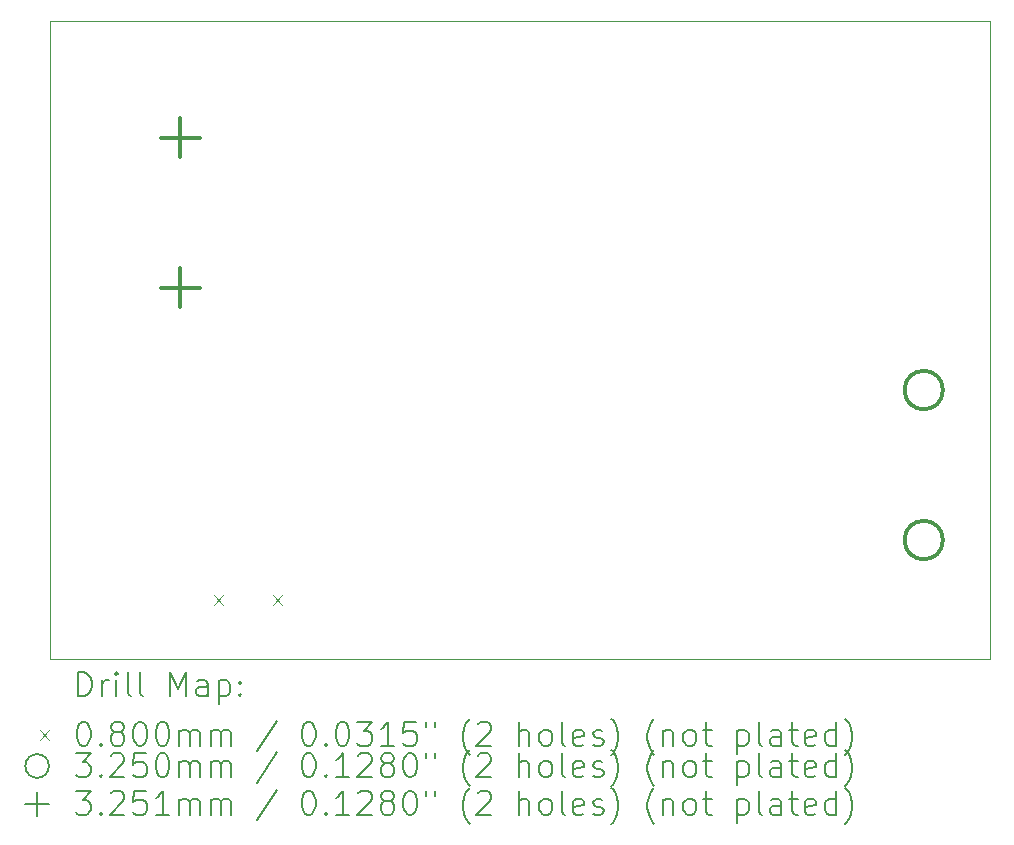
<source format=gbr>
%TF.GenerationSoftware,KiCad,Pcbnew,7.0.1*%
%TF.CreationDate,2023-03-30T19:37:34+02:00*%
%TF.ProjectId,home-media-converter,686f6d65-2d6d-4656-9469-612d636f6e76,rev?*%
%TF.SameCoordinates,Original*%
%TF.FileFunction,Drillmap*%
%TF.FilePolarity,Positive*%
%FSLAX45Y45*%
G04 Gerber Fmt 4.5, Leading zero omitted, Abs format (unit mm)*
G04 Created by KiCad (PCBNEW 7.0.1) date 2023-03-30 19:37:34*
%MOMM*%
%LPD*%
G01*
G04 APERTURE LIST*
%ADD10C,0.100000*%
%ADD11C,0.200000*%
%ADD12C,0.080000*%
%ADD13C,0.325000*%
%ADD14C,0.325120*%
G04 APERTURE END LIST*
D10*
X3340000Y-10420000D02*
X11300000Y-10420000D01*
X11300000Y-15820000D01*
X3340000Y-15820000D01*
X3340000Y-10420000D01*
D11*
D12*
X4729500Y-15284500D02*
X4809500Y-15364500D01*
X4809500Y-15284500D02*
X4729500Y-15364500D01*
X5229500Y-15284500D02*
X5309500Y-15364500D01*
X5309500Y-15284500D02*
X5229500Y-15364500D01*
D13*
X10904000Y-13546200D02*
G75*
G03*
X10904000Y-13546200I-162500J0D01*
G01*
X10904000Y-14816200D02*
G75*
G03*
X10904000Y-14816200I-162500J0D01*
G01*
D14*
X4448000Y-11246840D02*
X4448000Y-11571960D01*
X4285440Y-11409400D02*
X4610560Y-11409400D01*
X4448000Y-12516840D02*
X4448000Y-12841960D01*
X4285440Y-12679400D02*
X4610560Y-12679400D01*
D11*
X3582619Y-16137524D02*
X3582619Y-15937524D01*
X3582619Y-15937524D02*
X3630238Y-15937524D01*
X3630238Y-15937524D02*
X3658809Y-15947048D01*
X3658809Y-15947048D02*
X3677857Y-15966095D01*
X3677857Y-15966095D02*
X3687381Y-15985143D01*
X3687381Y-15985143D02*
X3696905Y-16023238D01*
X3696905Y-16023238D02*
X3696905Y-16051809D01*
X3696905Y-16051809D02*
X3687381Y-16089905D01*
X3687381Y-16089905D02*
X3677857Y-16108952D01*
X3677857Y-16108952D02*
X3658809Y-16128000D01*
X3658809Y-16128000D02*
X3630238Y-16137524D01*
X3630238Y-16137524D02*
X3582619Y-16137524D01*
X3782619Y-16137524D02*
X3782619Y-16004190D01*
X3782619Y-16042286D02*
X3792143Y-16023238D01*
X3792143Y-16023238D02*
X3801667Y-16013714D01*
X3801667Y-16013714D02*
X3820714Y-16004190D01*
X3820714Y-16004190D02*
X3839762Y-16004190D01*
X3906428Y-16137524D02*
X3906428Y-16004190D01*
X3906428Y-15937524D02*
X3896905Y-15947048D01*
X3896905Y-15947048D02*
X3906428Y-15956571D01*
X3906428Y-15956571D02*
X3915952Y-15947048D01*
X3915952Y-15947048D02*
X3906428Y-15937524D01*
X3906428Y-15937524D02*
X3906428Y-15956571D01*
X4030238Y-16137524D02*
X4011190Y-16128000D01*
X4011190Y-16128000D02*
X4001667Y-16108952D01*
X4001667Y-16108952D02*
X4001667Y-15937524D01*
X4135000Y-16137524D02*
X4115952Y-16128000D01*
X4115952Y-16128000D02*
X4106428Y-16108952D01*
X4106428Y-16108952D02*
X4106428Y-15937524D01*
X4363571Y-16137524D02*
X4363571Y-15937524D01*
X4363571Y-15937524D02*
X4430238Y-16080381D01*
X4430238Y-16080381D02*
X4496905Y-15937524D01*
X4496905Y-15937524D02*
X4496905Y-16137524D01*
X4677857Y-16137524D02*
X4677857Y-16032762D01*
X4677857Y-16032762D02*
X4668333Y-16013714D01*
X4668333Y-16013714D02*
X4649286Y-16004190D01*
X4649286Y-16004190D02*
X4611190Y-16004190D01*
X4611190Y-16004190D02*
X4592143Y-16013714D01*
X4677857Y-16128000D02*
X4658810Y-16137524D01*
X4658810Y-16137524D02*
X4611190Y-16137524D01*
X4611190Y-16137524D02*
X4592143Y-16128000D01*
X4592143Y-16128000D02*
X4582619Y-16108952D01*
X4582619Y-16108952D02*
X4582619Y-16089905D01*
X4582619Y-16089905D02*
X4592143Y-16070857D01*
X4592143Y-16070857D02*
X4611190Y-16061333D01*
X4611190Y-16061333D02*
X4658810Y-16061333D01*
X4658810Y-16061333D02*
X4677857Y-16051809D01*
X4773095Y-16004190D02*
X4773095Y-16204190D01*
X4773095Y-16013714D02*
X4792143Y-16004190D01*
X4792143Y-16004190D02*
X4830238Y-16004190D01*
X4830238Y-16004190D02*
X4849286Y-16013714D01*
X4849286Y-16013714D02*
X4858810Y-16023238D01*
X4858810Y-16023238D02*
X4868333Y-16042286D01*
X4868333Y-16042286D02*
X4868333Y-16099428D01*
X4868333Y-16099428D02*
X4858810Y-16118476D01*
X4858810Y-16118476D02*
X4849286Y-16128000D01*
X4849286Y-16128000D02*
X4830238Y-16137524D01*
X4830238Y-16137524D02*
X4792143Y-16137524D01*
X4792143Y-16137524D02*
X4773095Y-16128000D01*
X4954048Y-16118476D02*
X4963571Y-16128000D01*
X4963571Y-16128000D02*
X4954048Y-16137524D01*
X4954048Y-16137524D02*
X4944524Y-16128000D01*
X4944524Y-16128000D02*
X4954048Y-16118476D01*
X4954048Y-16118476D02*
X4954048Y-16137524D01*
X4954048Y-16013714D02*
X4963571Y-16023238D01*
X4963571Y-16023238D02*
X4954048Y-16032762D01*
X4954048Y-16032762D02*
X4944524Y-16023238D01*
X4944524Y-16023238D02*
X4954048Y-16013714D01*
X4954048Y-16013714D02*
X4954048Y-16032762D01*
D12*
X3255000Y-16425000D02*
X3335000Y-16505000D01*
X3335000Y-16425000D02*
X3255000Y-16505000D01*
D11*
X3620714Y-16357524D02*
X3639762Y-16357524D01*
X3639762Y-16357524D02*
X3658809Y-16367048D01*
X3658809Y-16367048D02*
X3668333Y-16376571D01*
X3668333Y-16376571D02*
X3677857Y-16395619D01*
X3677857Y-16395619D02*
X3687381Y-16433714D01*
X3687381Y-16433714D02*
X3687381Y-16481333D01*
X3687381Y-16481333D02*
X3677857Y-16519428D01*
X3677857Y-16519428D02*
X3668333Y-16538476D01*
X3668333Y-16538476D02*
X3658809Y-16548000D01*
X3658809Y-16548000D02*
X3639762Y-16557524D01*
X3639762Y-16557524D02*
X3620714Y-16557524D01*
X3620714Y-16557524D02*
X3601667Y-16548000D01*
X3601667Y-16548000D02*
X3592143Y-16538476D01*
X3592143Y-16538476D02*
X3582619Y-16519428D01*
X3582619Y-16519428D02*
X3573095Y-16481333D01*
X3573095Y-16481333D02*
X3573095Y-16433714D01*
X3573095Y-16433714D02*
X3582619Y-16395619D01*
X3582619Y-16395619D02*
X3592143Y-16376571D01*
X3592143Y-16376571D02*
X3601667Y-16367048D01*
X3601667Y-16367048D02*
X3620714Y-16357524D01*
X3773095Y-16538476D02*
X3782619Y-16548000D01*
X3782619Y-16548000D02*
X3773095Y-16557524D01*
X3773095Y-16557524D02*
X3763571Y-16548000D01*
X3763571Y-16548000D02*
X3773095Y-16538476D01*
X3773095Y-16538476D02*
X3773095Y-16557524D01*
X3896905Y-16443238D02*
X3877857Y-16433714D01*
X3877857Y-16433714D02*
X3868333Y-16424190D01*
X3868333Y-16424190D02*
X3858809Y-16405143D01*
X3858809Y-16405143D02*
X3858809Y-16395619D01*
X3858809Y-16395619D02*
X3868333Y-16376571D01*
X3868333Y-16376571D02*
X3877857Y-16367048D01*
X3877857Y-16367048D02*
X3896905Y-16357524D01*
X3896905Y-16357524D02*
X3935000Y-16357524D01*
X3935000Y-16357524D02*
X3954048Y-16367048D01*
X3954048Y-16367048D02*
X3963571Y-16376571D01*
X3963571Y-16376571D02*
X3973095Y-16395619D01*
X3973095Y-16395619D02*
X3973095Y-16405143D01*
X3973095Y-16405143D02*
X3963571Y-16424190D01*
X3963571Y-16424190D02*
X3954048Y-16433714D01*
X3954048Y-16433714D02*
X3935000Y-16443238D01*
X3935000Y-16443238D02*
X3896905Y-16443238D01*
X3896905Y-16443238D02*
X3877857Y-16452762D01*
X3877857Y-16452762D02*
X3868333Y-16462286D01*
X3868333Y-16462286D02*
X3858809Y-16481333D01*
X3858809Y-16481333D02*
X3858809Y-16519428D01*
X3858809Y-16519428D02*
X3868333Y-16538476D01*
X3868333Y-16538476D02*
X3877857Y-16548000D01*
X3877857Y-16548000D02*
X3896905Y-16557524D01*
X3896905Y-16557524D02*
X3935000Y-16557524D01*
X3935000Y-16557524D02*
X3954048Y-16548000D01*
X3954048Y-16548000D02*
X3963571Y-16538476D01*
X3963571Y-16538476D02*
X3973095Y-16519428D01*
X3973095Y-16519428D02*
X3973095Y-16481333D01*
X3973095Y-16481333D02*
X3963571Y-16462286D01*
X3963571Y-16462286D02*
X3954048Y-16452762D01*
X3954048Y-16452762D02*
X3935000Y-16443238D01*
X4096905Y-16357524D02*
X4115952Y-16357524D01*
X4115952Y-16357524D02*
X4135000Y-16367048D01*
X4135000Y-16367048D02*
X4144524Y-16376571D01*
X4144524Y-16376571D02*
X4154048Y-16395619D01*
X4154048Y-16395619D02*
X4163571Y-16433714D01*
X4163571Y-16433714D02*
X4163571Y-16481333D01*
X4163571Y-16481333D02*
X4154048Y-16519428D01*
X4154048Y-16519428D02*
X4144524Y-16538476D01*
X4144524Y-16538476D02*
X4135000Y-16548000D01*
X4135000Y-16548000D02*
X4115952Y-16557524D01*
X4115952Y-16557524D02*
X4096905Y-16557524D01*
X4096905Y-16557524D02*
X4077857Y-16548000D01*
X4077857Y-16548000D02*
X4068333Y-16538476D01*
X4068333Y-16538476D02*
X4058809Y-16519428D01*
X4058809Y-16519428D02*
X4049286Y-16481333D01*
X4049286Y-16481333D02*
X4049286Y-16433714D01*
X4049286Y-16433714D02*
X4058809Y-16395619D01*
X4058809Y-16395619D02*
X4068333Y-16376571D01*
X4068333Y-16376571D02*
X4077857Y-16367048D01*
X4077857Y-16367048D02*
X4096905Y-16357524D01*
X4287381Y-16357524D02*
X4306429Y-16357524D01*
X4306429Y-16357524D02*
X4325476Y-16367048D01*
X4325476Y-16367048D02*
X4335000Y-16376571D01*
X4335000Y-16376571D02*
X4344524Y-16395619D01*
X4344524Y-16395619D02*
X4354048Y-16433714D01*
X4354048Y-16433714D02*
X4354048Y-16481333D01*
X4354048Y-16481333D02*
X4344524Y-16519428D01*
X4344524Y-16519428D02*
X4335000Y-16538476D01*
X4335000Y-16538476D02*
X4325476Y-16548000D01*
X4325476Y-16548000D02*
X4306429Y-16557524D01*
X4306429Y-16557524D02*
X4287381Y-16557524D01*
X4287381Y-16557524D02*
X4268333Y-16548000D01*
X4268333Y-16548000D02*
X4258810Y-16538476D01*
X4258810Y-16538476D02*
X4249286Y-16519428D01*
X4249286Y-16519428D02*
X4239762Y-16481333D01*
X4239762Y-16481333D02*
X4239762Y-16433714D01*
X4239762Y-16433714D02*
X4249286Y-16395619D01*
X4249286Y-16395619D02*
X4258810Y-16376571D01*
X4258810Y-16376571D02*
X4268333Y-16367048D01*
X4268333Y-16367048D02*
X4287381Y-16357524D01*
X4439762Y-16557524D02*
X4439762Y-16424190D01*
X4439762Y-16443238D02*
X4449286Y-16433714D01*
X4449286Y-16433714D02*
X4468333Y-16424190D01*
X4468333Y-16424190D02*
X4496905Y-16424190D01*
X4496905Y-16424190D02*
X4515952Y-16433714D01*
X4515952Y-16433714D02*
X4525476Y-16452762D01*
X4525476Y-16452762D02*
X4525476Y-16557524D01*
X4525476Y-16452762D02*
X4535000Y-16433714D01*
X4535000Y-16433714D02*
X4554048Y-16424190D01*
X4554048Y-16424190D02*
X4582619Y-16424190D01*
X4582619Y-16424190D02*
X4601667Y-16433714D01*
X4601667Y-16433714D02*
X4611191Y-16452762D01*
X4611191Y-16452762D02*
X4611191Y-16557524D01*
X4706429Y-16557524D02*
X4706429Y-16424190D01*
X4706429Y-16443238D02*
X4715952Y-16433714D01*
X4715952Y-16433714D02*
X4735000Y-16424190D01*
X4735000Y-16424190D02*
X4763572Y-16424190D01*
X4763572Y-16424190D02*
X4782619Y-16433714D01*
X4782619Y-16433714D02*
X4792143Y-16452762D01*
X4792143Y-16452762D02*
X4792143Y-16557524D01*
X4792143Y-16452762D02*
X4801667Y-16433714D01*
X4801667Y-16433714D02*
X4820714Y-16424190D01*
X4820714Y-16424190D02*
X4849286Y-16424190D01*
X4849286Y-16424190D02*
X4868333Y-16433714D01*
X4868333Y-16433714D02*
X4877857Y-16452762D01*
X4877857Y-16452762D02*
X4877857Y-16557524D01*
X5268333Y-16348000D02*
X5096905Y-16605143D01*
X5525476Y-16357524D02*
X5544524Y-16357524D01*
X5544524Y-16357524D02*
X5563572Y-16367048D01*
X5563572Y-16367048D02*
X5573095Y-16376571D01*
X5573095Y-16376571D02*
X5582619Y-16395619D01*
X5582619Y-16395619D02*
X5592143Y-16433714D01*
X5592143Y-16433714D02*
X5592143Y-16481333D01*
X5592143Y-16481333D02*
X5582619Y-16519428D01*
X5582619Y-16519428D02*
X5573095Y-16538476D01*
X5573095Y-16538476D02*
X5563572Y-16548000D01*
X5563572Y-16548000D02*
X5544524Y-16557524D01*
X5544524Y-16557524D02*
X5525476Y-16557524D01*
X5525476Y-16557524D02*
X5506429Y-16548000D01*
X5506429Y-16548000D02*
X5496905Y-16538476D01*
X5496905Y-16538476D02*
X5487381Y-16519428D01*
X5487381Y-16519428D02*
X5477857Y-16481333D01*
X5477857Y-16481333D02*
X5477857Y-16433714D01*
X5477857Y-16433714D02*
X5487381Y-16395619D01*
X5487381Y-16395619D02*
X5496905Y-16376571D01*
X5496905Y-16376571D02*
X5506429Y-16367048D01*
X5506429Y-16367048D02*
X5525476Y-16357524D01*
X5677857Y-16538476D02*
X5687381Y-16548000D01*
X5687381Y-16548000D02*
X5677857Y-16557524D01*
X5677857Y-16557524D02*
X5668333Y-16548000D01*
X5668333Y-16548000D02*
X5677857Y-16538476D01*
X5677857Y-16538476D02*
X5677857Y-16557524D01*
X5811191Y-16357524D02*
X5830238Y-16357524D01*
X5830238Y-16357524D02*
X5849286Y-16367048D01*
X5849286Y-16367048D02*
X5858810Y-16376571D01*
X5858810Y-16376571D02*
X5868333Y-16395619D01*
X5868333Y-16395619D02*
X5877857Y-16433714D01*
X5877857Y-16433714D02*
X5877857Y-16481333D01*
X5877857Y-16481333D02*
X5868333Y-16519428D01*
X5868333Y-16519428D02*
X5858810Y-16538476D01*
X5858810Y-16538476D02*
X5849286Y-16548000D01*
X5849286Y-16548000D02*
X5830238Y-16557524D01*
X5830238Y-16557524D02*
X5811191Y-16557524D01*
X5811191Y-16557524D02*
X5792143Y-16548000D01*
X5792143Y-16548000D02*
X5782619Y-16538476D01*
X5782619Y-16538476D02*
X5773095Y-16519428D01*
X5773095Y-16519428D02*
X5763572Y-16481333D01*
X5763572Y-16481333D02*
X5763572Y-16433714D01*
X5763572Y-16433714D02*
X5773095Y-16395619D01*
X5773095Y-16395619D02*
X5782619Y-16376571D01*
X5782619Y-16376571D02*
X5792143Y-16367048D01*
X5792143Y-16367048D02*
X5811191Y-16357524D01*
X5944524Y-16357524D02*
X6068333Y-16357524D01*
X6068333Y-16357524D02*
X6001667Y-16433714D01*
X6001667Y-16433714D02*
X6030238Y-16433714D01*
X6030238Y-16433714D02*
X6049286Y-16443238D01*
X6049286Y-16443238D02*
X6058810Y-16452762D01*
X6058810Y-16452762D02*
X6068333Y-16471809D01*
X6068333Y-16471809D02*
X6068333Y-16519428D01*
X6068333Y-16519428D02*
X6058810Y-16538476D01*
X6058810Y-16538476D02*
X6049286Y-16548000D01*
X6049286Y-16548000D02*
X6030238Y-16557524D01*
X6030238Y-16557524D02*
X5973095Y-16557524D01*
X5973095Y-16557524D02*
X5954048Y-16548000D01*
X5954048Y-16548000D02*
X5944524Y-16538476D01*
X6258810Y-16557524D02*
X6144524Y-16557524D01*
X6201667Y-16557524D02*
X6201667Y-16357524D01*
X6201667Y-16357524D02*
X6182619Y-16386095D01*
X6182619Y-16386095D02*
X6163572Y-16405143D01*
X6163572Y-16405143D02*
X6144524Y-16414667D01*
X6439762Y-16357524D02*
X6344524Y-16357524D01*
X6344524Y-16357524D02*
X6335000Y-16452762D01*
X6335000Y-16452762D02*
X6344524Y-16443238D01*
X6344524Y-16443238D02*
X6363572Y-16433714D01*
X6363572Y-16433714D02*
X6411191Y-16433714D01*
X6411191Y-16433714D02*
X6430238Y-16443238D01*
X6430238Y-16443238D02*
X6439762Y-16452762D01*
X6439762Y-16452762D02*
X6449286Y-16471809D01*
X6449286Y-16471809D02*
X6449286Y-16519428D01*
X6449286Y-16519428D02*
X6439762Y-16538476D01*
X6439762Y-16538476D02*
X6430238Y-16548000D01*
X6430238Y-16548000D02*
X6411191Y-16557524D01*
X6411191Y-16557524D02*
X6363572Y-16557524D01*
X6363572Y-16557524D02*
X6344524Y-16548000D01*
X6344524Y-16548000D02*
X6335000Y-16538476D01*
X6525476Y-16357524D02*
X6525476Y-16395619D01*
X6601667Y-16357524D02*
X6601667Y-16395619D01*
X6896905Y-16633714D02*
X6887381Y-16624190D01*
X6887381Y-16624190D02*
X6868334Y-16595619D01*
X6868334Y-16595619D02*
X6858810Y-16576571D01*
X6858810Y-16576571D02*
X6849286Y-16548000D01*
X6849286Y-16548000D02*
X6839762Y-16500381D01*
X6839762Y-16500381D02*
X6839762Y-16462286D01*
X6839762Y-16462286D02*
X6849286Y-16414667D01*
X6849286Y-16414667D02*
X6858810Y-16386095D01*
X6858810Y-16386095D02*
X6868334Y-16367048D01*
X6868334Y-16367048D02*
X6887381Y-16338476D01*
X6887381Y-16338476D02*
X6896905Y-16328952D01*
X6963572Y-16376571D02*
X6973095Y-16367048D01*
X6973095Y-16367048D02*
X6992143Y-16357524D01*
X6992143Y-16357524D02*
X7039762Y-16357524D01*
X7039762Y-16357524D02*
X7058810Y-16367048D01*
X7058810Y-16367048D02*
X7068334Y-16376571D01*
X7068334Y-16376571D02*
X7077857Y-16395619D01*
X7077857Y-16395619D02*
X7077857Y-16414667D01*
X7077857Y-16414667D02*
X7068334Y-16443238D01*
X7068334Y-16443238D02*
X6954048Y-16557524D01*
X6954048Y-16557524D02*
X7077857Y-16557524D01*
X7315953Y-16557524D02*
X7315953Y-16357524D01*
X7401667Y-16557524D02*
X7401667Y-16452762D01*
X7401667Y-16452762D02*
X7392143Y-16433714D01*
X7392143Y-16433714D02*
X7373096Y-16424190D01*
X7373096Y-16424190D02*
X7344524Y-16424190D01*
X7344524Y-16424190D02*
X7325476Y-16433714D01*
X7325476Y-16433714D02*
X7315953Y-16443238D01*
X7525476Y-16557524D02*
X7506429Y-16548000D01*
X7506429Y-16548000D02*
X7496905Y-16538476D01*
X7496905Y-16538476D02*
X7487381Y-16519428D01*
X7487381Y-16519428D02*
X7487381Y-16462286D01*
X7487381Y-16462286D02*
X7496905Y-16443238D01*
X7496905Y-16443238D02*
X7506429Y-16433714D01*
X7506429Y-16433714D02*
X7525476Y-16424190D01*
X7525476Y-16424190D02*
X7554048Y-16424190D01*
X7554048Y-16424190D02*
X7573096Y-16433714D01*
X7573096Y-16433714D02*
X7582619Y-16443238D01*
X7582619Y-16443238D02*
X7592143Y-16462286D01*
X7592143Y-16462286D02*
X7592143Y-16519428D01*
X7592143Y-16519428D02*
X7582619Y-16538476D01*
X7582619Y-16538476D02*
X7573096Y-16548000D01*
X7573096Y-16548000D02*
X7554048Y-16557524D01*
X7554048Y-16557524D02*
X7525476Y-16557524D01*
X7706429Y-16557524D02*
X7687381Y-16548000D01*
X7687381Y-16548000D02*
X7677857Y-16528952D01*
X7677857Y-16528952D02*
X7677857Y-16357524D01*
X7858810Y-16548000D02*
X7839762Y-16557524D01*
X7839762Y-16557524D02*
X7801667Y-16557524D01*
X7801667Y-16557524D02*
X7782619Y-16548000D01*
X7782619Y-16548000D02*
X7773096Y-16528952D01*
X7773096Y-16528952D02*
X7773096Y-16452762D01*
X7773096Y-16452762D02*
X7782619Y-16433714D01*
X7782619Y-16433714D02*
X7801667Y-16424190D01*
X7801667Y-16424190D02*
X7839762Y-16424190D01*
X7839762Y-16424190D02*
X7858810Y-16433714D01*
X7858810Y-16433714D02*
X7868334Y-16452762D01*
X7868334Y-16452762D02*
X7868334Y-16471809D01*
X7868334Y-16471809D02*
X7773096Y-16490857D01*
X7944524Y-16548000D02*
X7963572Y-16557524D01*
X7963572Y-16557524D02*
X8001667Y-16557524D01*
X8001667Y-16557524D02*
X8020715Y-16548000D01*
X8020715Y-16548000D02*
X8030238Y-16528952D01*
X8030238Y-16528952D02*
X8030238Y-16519428D01*
X8030238Y-16519428D02*
X8020715Y-16500381D01*
X8020715Y-16500381D02*
X8001667Y-16490857D01*
X8001667Y-16490857D02*
X7973096Y-16490857D01*
X7973096Y-16490857D02*
X7954048Y-16481333D01*
X7954048Y-16481333D02*
X7944524Y-16462286D01*
X7944524Y-16462286D02*
X7944524Y-16452762D01*
X7944524Y-16452762D02*
X7954048Y-16433714D01*
X7954048Y-16433714D02*
X7973096Y-16424190D01*
X7973096Y-16424190D02*
X8001667Y-16424190D01*
X8001667Y-16424190D02*
X8020715Y-16433714D01*
X8096905Y-16633714D02*
X8106429Y-16624190D01*
X8106429Y-16624190D02*
X8125477Y-16595619D01*
X8125477Y-16595619D02*
X8135000Y-16576571D01*
X8135000Y-16576571D02*
X8144524Y-16548000D01*
X8144524Y-16548000D02*
X8154048Y-16500381D01*
X8154048Y-16500381D02*
X8154048Y-16462286D01*
X8154048Y-16462286D02*
X8144524Y-16414667D01*
X8144524Y-16414667D02*
X8135000Y-16386095D01*
X8135000Y-16386095D02*
X8125477Y-16367048D01*
X8125477Y-16367048D02*
X8106429Y-16338476D01*
X8106429Y-16338476D02*
X8096905Y-16328952D01*
X8458810Y-16633714D02*
X8449286Y-16624190D01*
X8449286Y-16624190D02*
X8430239Y-16595619D01*
X8430239Y-16595619D02*
X8420715Y-16576571D01*
X8420715Y-16576571D02*
X8411191Y-16548000D01*
X8411191Y-16548000D02*
X8401667Y-16500381D01*
X8401667Y-16500381D02*
X8401667Y-16462286D01*
X8401667Y-16462286D02*
X8411191Y-16414667D01*
X8411191Y-16414667D02*
X8420715Y-16386095D01*
X8420715Y-16386095D02*
X8430239Y-16367048D01*
X8430239Y-16367048D02*
X8449286Y-16338476D01*
X8449286Y-16338476D02*
X8458810Y-16328952D01*
X8535000Y-16424190D02*
X8535000Y-16557524D01*
X8535000Y-16443238D02*
X8544524Y-16433714D01*
X8544524Y-16433714D02*
X8563572Y-16424190D01*
X8563572Y-16424190D02*
X8592143Y-16424190D01*
X8592143Y-16424190D02*
X8611191Y-16433714D01*
X8611191Y-16433714D02*
X8620715Y-16452762D01*
X8620715Y-16452762D02*
X8620715Y-16557524D01*
X8744524Y-16557524D02*
X8725477Y-16548000D01*
X8725477Y-16548000D02*
X8715953Y-16538476D01*
X8715953Y-16538476D02*
X8706429Y-16519428D01*
X8706429Y-16519428D02*
X8706429Y-16462286D01*
X8706429Y-16462286D02*
X8715953Y-16443238D01*
X8715953Y-16443238D02*
X8725477Y-16433714D01*
X8725477Y-16433714D02*
X8744524Y-16424190D01*
X8744524Y-16424190D02*
X8773096Y-16424190D01*
X8773096Y-16424190D02*
X8792143Y-16433714D01*
X8792143Y-16433714D02*
X8801667Y-16443238D01*
X8801667Y-16443238D02*
X8811191Y-16462286D01*
X8811191Y-16462286D02*
X8811191Y-16519428D01*
X8811191Y-16519428D02*
X8801667Y-16538476D01*
X8801667Y-16538476D02*
X8792143Y-16548000D01*
X8792143Y-16548000D02*
X8773096Y-16557524D01*
X8773096Y-16557524D02*
X8744524Y-16557524D01*
X8868334Y-16424190D02*
X8944524Y-16424190D01*
X8896905Y-16357524D02*
X8896905Y-16528952D01*
X8896905Y-16528952D02*
X8906429Y-16548000D01*
X8906429Y-16548000D02*
X8925477Y-16557524D01*
X8925477Y-16557524D02*
X8944524Y-16557524D01*
X9163572Y-16424190D02*
X9163572Y-16624190D01*
X9163572Y-16433714D02*
X9182620Y-16424190D01*
X9182620Y-16424190D02*
X9220715Y-16424190D01*
X9220715Y-16424190D02*
X9239762Y-16433714D01*
X9239762Y-16433714D02*
X9249286Y-16443238D01*
X9249286Y-16443238D02*
X9258810Y-16462286D01*
X9258810Y-16462286D02*
X9258810Y-16519428D01*
X9258810Y-16519428D02*
X9249286Y-16538476D01*
X9249286Y-16538476D02*
X9239762Y-16548000D01*
X9239762Y-16548000D02*
X9220715Y-16557524D01*
X9220715Y-16557524D02*
X9182620Y-16557524D01*
X9182620Y-16557524D02*
X9163572Y-16548000D01*
X9373096Y-16557524D02*
X9354048Y-16548000D01*
X9354048Y-16548000D02*
X9344524Y-16528952D01*
X9344524Y-16528952D02*
X9344524Y-16357524D01*
X9535001Y-16557524D02*
X9535001Y-16452762D01*
X9535001Y-16452762D02*
X9525477Y-16433714D01*
X9525477Y-16433714D02*
X9506429Y-16424190D01*
X9506429Y-16424190D02*
X9468334Y-16424190D01*
X9468334Y-16424190D02*
X9449286Y-16433714D01*
X9535001Y-16548000D02*
X9515953Y-16557524D01*
X9515953Y-16557524D02*
X9468334Y-16557524D01*
X9468334Y-16557524D02*
X9449286Y-16548000D01*
X9449286Y-16548000D02*
X9439762Y-16528952D01*
X9439762Y-16528952D02*
X9439762Y-16509905D01*
X9439762Y-16509905D02*
X9449286Y-16490857D01*
X9449286Y-16490857D02*
X9468334Y-16481333D01*
X9468334Y-16481333D02*
X9515953Y-16481333D01*
X9515953Y-16481333D02*
X9535001Y-16471809D01*
X9601667Y-16424190D02*
X9677858Y-16424190D01*
X9630239Y-16357524D02*
X9630239Y-16528952D01*
X9630239Y-16528952D02*
X9639762Y-16548000D01*
X9639762Y-16548000D02*
X9658810Y-16557524D01*
X9658810Y-16557524D02*
X9677858Y-16557524D01*
X9820715Y-16548000D02*
X9801667Y-16557524D01*
X9801667Y-16557524D02*
X9763572Y-16557524D01*
X9763572Y-16557524D02*
X9744524Y-16548000D01*
X9744524Y-16548000D02*
X9735001Y-16528952D01*
X9735001Y-16528952D02*
X9735001Y-16452762D01*
X9735001Y-16452762D02*
X9744524Y-16433714D01*
X9744524Y-16433714D02*
X9763572Y-16424190D01*
X9763572Y-16424190D02*
X9801667Y-16424190D01*
X9801667Y-16424190D02*
X9820715Y-16433714D01*
X9820715Y-16433714D02*
X9830239Y-16452762D01*
X9830239Y-16452762D02*
X9830239Y-16471809D01*
X9830239Y-16471809D02*
X9735001Y-16490857D01*
X10001667Y-16557524D02*
X10001667Y-16357524D01*
X10001667Y-16548000D02*
X9982620Y-16557524D01*
X9982620Y-16557524D02*
X9944524Y-16557524D01*
X9944524Y-16557524D02*
X9925477Y-16548000D01*
X9925477Y-16548000D02*
X9915953Y-16538476D01*
X9915953Y-16538476D02*
X9906429Y-16519428D01*
X9906429Y-16519428D02*
X9906429Y-16462286D01*
X9906429Y-16462286D02*
X9915953Y-16443238D01*
X9915953Y-16443238D02*
X9925477Y-16433714D01*
X9925477Y-16433714D02*
X9944524Y-16424190D01*
X9944524Y-16424190D02*
X9982620Y-16424190D01*
X9982620Y-16424190D02*
X10001667Y-16433714D01*
X10077858Y-16633714D02*
X10087382Y-16624190D01*
X10087382Y-16624190D02*
X10106429Y-16595619D01*
X10106429Y-16595619D02*
X10115953Y-16576571D01*
X10115953Y-16576571D02*
X10125477Y-16548000D01*
X10125477Y-16548000D02*
X10135001Y-16500381D01*
X10135001Y-16500381D02*
X10135001Y-16462286D01*
X10135001Y-16462286D02*
X10125477Y-16414667D01*
X10125477Y-16414667D02*
X10115953Y-16386095D01*
X10115953Y-16386095D02*
X10106429Y-16367048D01*
X10106429Y-16367048D02*
X10087382Y-16338476D01*
X10087382Y-16338476D02*
X10077858Y-16328952D01*
X3335000Y-16729000D02*
G75*
G03*
X3335000Y-16729000I-100000J0D01*
G01*
X3563571Y-16621524D02*
X3687381Y-16621524D01*
X3687381Y-16621524D02*
X3620714Y-16697714D01*
X3620714Y-16697714D02*
X3649286Y-16697714D01*
X3649286Y-16697714D02*
X3668333Y-16707238D01*
X3668333Y-16707238D02*
X3677857Y-16716762D01*
X3677857Y-16716762D02*
X3687381Y-16735809D01*
X3687381Y-16735809D02*
X3687381Y-16783429D01*
X3687381Y-16783429D02*
X3677857Y-16802476D01*
X3677857Y-16802476D02*
X3668333Y-16812000D01*
X3668333Y-16812000D02*
X3649286Y-16821524D01*
X3649286Y-16821524D02*
X3592143Y-16821524D01*
X3592143Y-16821524D02*
X3573095Y-16812000D01*
X3573095Y-16812000D02*
X3563571Y-16802476D01*
X3773095Y-16802476D02*
X3782619Y-16812000D01*
X3782619Y-16812000D02*
X3773095Y-16821524D01*
X3773095Y-16821524D02*
X3763571Y-16812000D01*
X3763571Y-16812000D02*
X3773095Y-16802476D01*
X3773095Y-16802476D02*
X3773095Y-16821524D01*
X3858809Y-16640571D02*
X3868333Y-16631048D01*
X3868333Y-16631048D02*
X3887381Y-16621524D01*
X3887381Y-16621524D02*
X3935000Y-16621524D01*
X3935000Y-16621524D02*
X3954048Y-16631048D01*
X3954048Y-16631048D02*
X3963571Y-16640571D01*
X3963571Y-16640571D02*
X3973095Y-16659619D01*
X3973095Y-16659619D02*
X3973095Y-16678667D01*
X3973095Y-16678667D02*
X3963571Y-16707238D01*
X3963571Y-16707238D02*
X3849286Y-16821524D01*
X3849286Y-16821524D02*
X3973095Y-16821524D01*
X4154048Y-16621524D02*
X4058809Y-16621524D01*
X4058809Y-16621524D02*
X4049286Y-16716762D01*
X4049286Y-16716762D02*
X4058809Y-16707238D01*
X4058809Y-16707238D02*
X4077857Y-16697714D01*
X4077857Y-16697714D02*
X4125476Y-16697714D01*
X4125476Y-16697714D02*
X4144524Y-16707238D01*
X4144524Y-16707238D02*
X4154048Y-16716762D01*
X4154048Y-16716762D02*
X4163571Y-16735809D01*
X4163571Y-16735809D02*
X4163571Y-16783429D01*
X4163571Y-16783429D02*
X4154048Y-16802476D01*
X4154048Y-16802476D02*
X4144524Y-16812000D01*
X4144524Y-16812000D02*
X4125476Y-16821524D01*
X4125476Y-16821524D02*
X4077857Y-16821524D01*
X4077857Y-16821524D02*
X4058809Y-16812000D01*
X4058809Y-16812000D02*
X4049286Y-16802476D01*
X4287381Y-16621524D02*
X4306429Y-16621524D01*
X4306429Y-16621524D02*
X4325476Y-16631048D01*
X4325476Y-16631048D02*
X4335000Y-16640571D01*
X4335000Y-16640571D02*
X4344524Y-16659619D01*
X4344524Y-16659619D02*
X4354048Y-16697714D01*
X4354048Y-16697714D02*
X4354048Y-16745333D01*
X4354048Y-16745333D02*
X4344524Y-16783429D01*
X4344524Y-16783429D02*
X4335000Y-16802476D01*
X4335000Y-16802476D02*
X4325476Y-16812000D01*
X4325476Y-16812000D02*
X4306429Y-16821524D01*
X4306429Y-16821524D02*
X4287381Y-16821524D01*
X4287381Y-16821524D02*
X4268333Y-16812000D01*
X4268333Y-16812000D02*
X4258810Y-16802476D01*
X4258810Y-16802476D02*
X4249286Y-16783429D01*
X4249286Y-16783429D02*
X4239762Y-16745333D01*
X4239762Y-16745333D02*
X4239762Y-16697714D01*
X4239762Y-16697714D02*
X4249286Y-16659619D01*
X4249286Y-16659619D02*
X4258810Y-16640571D01*
X4258810Y-16640571D02*
X4268333Y-16631048D01*
X4268333Y-16631048D02*
X4287381Y-16621524D01*
X4439762Y-16821524D02*
X4439762Y-16688190D01*
X4439762Y-16707238D02*
X4449286Y-16697714D01*
X4449286Y-16697714D02*
X4468333Y-16688190D01*
X4468333Y-16688190D02*
X4496905Y-16688190D01*
X4496905Y-16688190D02*
X4515952Y-16697714D01*
X4515952Y-16697714D02*
X4525476Y-16716762D01*
X4525476Y-16716762D02*
X4525476Y-16821524D01*
X4525476Y-16716762D02*
X4535000Y-16697714D01*
X4535000Y-16697714D02*
X4554048Y-16688190D01*
X4554048Y-16688190D02*
X4582619Y-16688190D01*
X4582619Y-16688190D02*
X4601667Y-16697714D01*
X4601667Y-16697714D02*
X4611191Y-16716762D01*
X4611191Y-16716762D02*
X4611191Y-16821524D01*
X4706429Y-16821524D02*
X4706429Y-16688190D01*
X4706429Y-16707238D02*
X4715952Y-16697714D01*
X4715952Y-16697714D02*
X4735000Y-16688190D01*
X4735000Y-16688190D02*
X4763572Y-16688190D01*
X4763572Y-16688190D02*
X4782619Y-16697714D01*
X4782619Y-16697714D02*
X4792143Y-16716762D01*
X4792143Y-16716762D02*
X4792143Y-16821524D01*
X4792143Y-16716762D02*
X4801667Y-16697714D01*
X4801667Y-16697714D02*
X4820714Y-16688190D01*
X4820714Y-16688190D02*
X4849286Y-16688190D01*
X4849286Y-16688190D02*
X4868333Y-16697714D01*
X4868333Y-16697714D02*
X4877857Y-16716762D01*
X4877857Y-16716762D02*
X4877857Y-16821524D01*
X5268333Y-16612000D02*
X5096905Y-16869143D01*
X5525476Y-16621524D02*
X5544524Y-16621524D01*
X5544524Y-16621524D02*
X5563572Y-16631048D01*
X5563572Y-16631048D02*
X5573095Y-16640571D01*
X5573095Y-16640571D02*
X5582619Y-16659619D01*
X5582619Y-16659619D02*
X5592143Y-16697714D01*
X5592143Y-16697714D02*
X5592143Y-16745333D01*
X5592143Y-16745333D02*
X5582619Y-16783429D01*
X5582619Y-16783429D02*
X5573095Y-16802476D01*
X5573095Y-16802476D02*
X5563572Y-16812000D01*
X5563572Y-16812000D02*
X5544524Y-16821524D01*
X5544524Y-16821524D02*
X5525476Y-16821524D01*
X5525476Y-16821524D02*
X5506429Y-16812000D01*
X5506429Y-16812000D02*
X5496905Y-16802476D01*
X5496905Y-16802476D02*
X5487381Y-16783429D01*
X5487381Y-16783429D02*
X5477857Y-16745333D01*
X5477857Y-16745333D02*
X5477857Y-16697714D01*
X5477857Y-16697714D02*
X5487381Y-16659619D01*
X5487381Y-16659619D02*
X5496905Y-16640571D01*
X5496905Y-16640571D02*
X5506429Y-16631048D01*
X5506429Y-16631048D02*
X5525476Y-16621524D01*
X5677857Y-16802476D02*
X5687381Y-16812000D01*
X5687381Y-16812000D02*
X5677857Y-16821524D01*
X5677857Y-16821524D02*
X5668333Y-16812000D01*
X5668333Y-16812000D02*
X5677857Y-16802476D01*
X5677857Y-16802476D02*
X5677857Y-16821524D01*
X5877857Y-16821524D02*
X5763572Y-16821524D01*
X5820714Y-16821524D02*
X5820714Y-16621524D01*
X5820714Y-16621524D02*
X5801667Y-16650095D01*
X5801667Y-16650095D02*
X5782619Y-16669143D01*
X5782619Y-16669143D02*
X5763572Y-16678667D01*
X5954048Y-16640571D02*
X5963572Y-16631048D01*
X5963572Y-16631048D02*
X5982619Y-16621524D01*
X5982619Y-16621524D02*
X6030238Y-16621524D01*
X6030238Y-16621524D02*
X6049286Y-16631048D01*
X6049286Y-16631048D02*
X6058810Y-16640571D01*
X6058810Y-16640571D02*
X6068333Y-16659619D01*
X6068333Y-16659619D02*
X6068333Y-16678667D01*
X6068333Y-16678667D02*
X6058810Y-16707238D01*
X6058810Y-16707238D02*
X5944524Y-16821524D01*
X5944524Y-16821524D02*
X6068333Y-16821524D01*
X6182619Y-16707238D02*
X6163572Y-16697714D01*
X6163572Y-16697714D02*
X6154048Y-16688190D01*
X6154048Y-16688190D02*
X6144524Y-16669143D01*
X6144524Y-16669143D02*
X6144524Y-16659619D01*
X6144524Y-16659619D02*
X6154048Y-16640571D01*
X6154048Y-16640571D02*
X6163572Y-16631048D01*
X6163572Y-16631048D02*
X6182619Y-16621524D01*
X6182619Y-16621524D02*
X6220714Y-16621524D01*
X6220714Y-16621524D02*
X6239762Y-16631048D01*
X6239762Y-16631048D02*
X6249286Y-16640571D01*
X6249286Y-16640571D02*
X6258810Y-16659619D01*
X6258810Y-16659619D02*
X6258810Y-16669143D01*
X6258810Y-16669143D02*
X6249286Y-16688190D01*
X6249286Y-16688190D02*
X6239762Y-16697714D01*
X6239762Y-16697714D02*
X6220714Y-16707238D01*
X6220714Y-16707238D02*
X6182619Y-16707238D01*
X6182619Y-16707238D02*
X6163572Y-16716762D01*
X6163572Y-16716762D02*
X6154048Y-16726286D01*
X6154048Y-16726286D02*
X6144524Y-16745333D01*
X6144524Y-16745333D02*
X6144524Y-16783429D01*
X6144524Y-16783429D02*
X6154048Y-16802476D01*
X6154048Y-16802476D02*
X6163572Y-16812000D01*
X6163572Y-16812000D02*
X6182619Y-16821524D01*
X6182619Y-16821524D02*
X6220714Y-16821524D01*
X6220714Y-16821524D02*
X6239762Y-16812000D01*
X6239762Y-16812000D02*
X6249286Y-16802476D01*
X6249286Y-16802476D02*
X6258810Y-16783429D01*
X6258810Y-16783429D02*
X6258810Y-16745333D01*
X6258810Y-16745333D02*
X6249286Y-16726286D01*
X6249286Y-16726286D02*
X6239762Y-16716762D01*
X6239762Y-16716762D02*
X6220714Y-16707238D01*
X6382619Y-16621524D02*
X6401667Y-16621524D01*
X6401667Y-16621524D02*
X6420714Y-16631048D01*
X6420714Y-16631048D02*
X6430238Y-16640571D01*
X6430238Y-16640571D02*
X6439762Y-16659619D01*
X6439762Y-16659619D02*
X6449286Y-16697714D01*
X6449286Y-16697714D02*
X6449286Y-16745333D01*
X6449286Y-16745333D02*
X6439762Y-16783429D01*
X6439762Y-16783429D02*
X6430238Y-16802476D01*
X6430238Y-16802476D02*
X6420714Y-16812000D01*
X6420714Y-16812000D02*
X6401667Y-16821524D01*
X6401667Y-16821524D02*
X6382619Y-16821524D01*
X6382619Y-16821524D02*
X6363572Y-16812000D01*
X6363572Y-16812000D02*
X6354048Y-16802476D01*
X6354048Y-16802476D02*
X6344524Y-16783429D01*
X6344524Y-16783429D02*
X6335000Y-16745333D01*
X6335000Y-16745333D02*
X6335000Y-16697714D01*
X6335000Y-16697714D02*
X6344524Y-16659619D01*
X6344524Y-16659619D02*
X6354048Y-16640571D01*
X6354048Y-16640571D02*
X6363572Y-16631048D01*
X6363572Y-16631048D02*
X6382619Y-16621524D01*
X6525476Y-16621524D02*
X6525476Y-16659619D01*
X6601667Y-16621524D02*
X6601667Y-16659619D01*
X6896905Y-16897714D02*
X6887381Y-16888190D01*
X6887381Y-16888190D02*
X6868334Y-16859619D01*
X6868334Y-16859619D02*
X6858810Y-16840571D01*
X6858810Y-16840571D02*
X6849286Y-16812000D01*
X6849286Y-16812000D02*
X6839762Y-16764381D01*
X6839762Y-16764381D02*
X6839762Y-16726286D01*
X6839762Y-16726286D02*
X6849286Y-16678667D01*
X6849286Y-16678667D02*
X6858810Y-16650095D01*
X6858810Y-16650095D02*
X6868334Y-16631048D01*
X6868334Y-16631048D02*
X6887381Y-16602476D01*
X6887381Y-16602476D02*
X6896905Y-16592952D01*
X6963572Y-16640571D02*
X6973095Y-16631048D01*
X6973095Y-16631048D02*
X6992143Y-16621524D01*
X6992143Y-16621524D02*
X7039762Y-16621524D01*
X7039762Y-16621524D02*
X7058810Y-16631048D01*
X7058810Y-16631048D02*
X7068334Y-16640571D01*
X7068334Y-16640571D02*
X7077857Y-16659619D01*
X7077857Y-16659619D02*
X7077857Y-16678667D01*
X7077857Y-16678667D02*
X7068334Y-16707238D01*
X7068334Y-16707238D02*
X6954048Y-16821524D01*
X6954048Y-16821524D02*
X7077857Y-16821524D01*
X7315953Y-16821524D02*
X7315953Y-16621524D01*
X7401667Y-16821524D02*
X7401667Y-16716762D01*
X7401667Y-16716762D02*
X7392143Y-16697714D01*
X7392143Y-16697714D02*
X7373096Y-16688190D01*
X7373096Y-16688190D02*
X7344524Y-16688190D01*
X7344524Y-16688190D02*
X7325476Y-16697714D01*
X7325476Y-16697714D02*
X7315953Y-16707238D01*
X7525476Y-16821524D02*
X7506429Y-16812000D01*
X7506429Y-16812000D02*
X7496905Y-16802476D01*
X7496905Y-16802476D02*
X7487381Y-16783429D01*
X7487381Y-16783429D02*
X7487381Y-16726286D01*
X7487381Y-16726286D02*
X7496905Y-16707238D01*
X7496905Y-16707238D02*
X7506429Y-16697714D01*
X7506429Y-16697714D02*
X7525476Y-16688190D01*
X7525476Y-16688190D02*
X7554048Y-16688190D01*
X7554048Y-16688190D02*
X7573096Y-16697714D01*
X7573096Y-16697714D02*
X7582619Y-16707238D01*
X7582619Y-16707238D02*
X7592143Y-16726286D01*
X7592143Y-16726286D02*
X7592143Y-16783429D01*
X7592143Y-16783429D02*
X7582619Y-16802476D01*
X7582619Y-16802476D02*
X7573096Y-16812000D01*
X7573096Y-16812000D02*
X7554048Y-16821524D01*
X7554048Y-16821524D02*
X7525476Y-16821524D01*
X7706429Y-16821524D02*
X7687381Y-16812000D01*
X7687381Y-16812000D02*
X7677857Y-16792952D01*
X7677857Y-16792952D02*
X7677857Y-16621524D01*
X7858810Y-16812000D02*
X7839762Y-16821524D01*
X7839762Y-16821524D02*
X7801667Y-16821524D01*
X7801667Y-16821524D02*
X7782619Y-16812000D01*
X7782619Y-16812000D02*
X7773096Y-16792952D01*
X7773096Y-16792952D02*
X7773096Y-16716762D01*
X7773096Y-16716762D02*
X7782619Y-16697714D01*
X7782619Y-16697714D02*
X7801667Y-16688190D01*
X7801667Y-16688190D02*
X7839762Y-16688190D01*
X7839762Y-16688190D02*
X7858810Y-16697714D01*
X7858810Y-16697714D02*
X7868334Y-16716762D01*
X7868334Y-16716762D02*
X7868334Y-16735809D01*
X7868334Y-16735809D02*
X7773096Y-16754857D01*
X7944524Y-16812000D02*
X7963572Y-16821524D01*
X7963572Y-16821524D02*
X8001667Y-16821524D01*
X8001667Y-16821524D02*
X8020715Y-16812000D01*
X8020715Y-16812000D02*
X8030238Y-16792952D01*
X8030238Y-16792952D02*
X8030238Y-16783429D01*
X8030238Y-16783429D02*
X8020715Y-16764381D01*
X8020715Y-16764381D02*
X8001667Y-16754857D01*
X8001667Y-16754857D02*
X7973096Y-16754857D01*
X7973096Y-16754857D02*
X7954048Y-16745333D01*
X7954048Y-16745333D02*
X7944524Y-16726286D01*
X7944524Y-16726286D02*
X7944524Y-16716762D01*
X7944524Y-16716762D02*
X7954048Y-16697714D01*
X7954048Y-16697714D02*
X7973096Y-16688190D01*
X7973096Y-16688190D02*
X8001667Y-16688190D01*
X8001667Y-16688190D02*
X8020715Y-16697714D01*
X8096905Y-16897714D02*
X8106429Y-16888190D01*
X8106429Y-16888190D02*
X8125477Y-16859619D01*
X8125477Y-16859619D02*
X8135000Y-16840571D01*
X8135000Y-16840571D02*
X8144524Y-16812000D01*
X8144524Y-16812000D02*
X8154048Y-16764381D01*
X8154048Y-16764381D02*
X8154048Y-16726286D01*
X8154048Y-16726286D02*
X8144524Y-16678667D01*
X8144524Y-16678667D02*
X8135000Y-16650095D01*
X8135000Y-16650095D02*
X8125477Y-16631048D01*
X8125477Y-16631048D02*
X8106429Y-16602476D01*
X8106429Y-16602476D02*
X8096905Y-16592952D01*
X8458810Y-16897714D02*
X8449286Y-16888190D01*
X8449286Y-16888190D02*
X8430239Y-16859619D01*
X8430239Y-16859619D02*
X8420715Y-16840571D01*
X8420715Y-16840571D02*
X8411191Y-16812000D01*
X8411191Y-16812000D02*
X8401667Y-16764381D01*
X8401667Y-16764381D02*
X8401667Y-16726286D01*
X8401667Y-16726286D02*
X8411191Y-16678667D01*
X8411191Y-16678667D02*
X8420715Y-16650095D01*
X8420715Y-16650095D02*
X8430239Y-16631048D01*
X8430239Y-16631048D02*
X8449286Y-16602476D01*
X8449286Y-16602476D02*
X8458810Y-16592952D01*
X8535000Y-16688190D02*
X8535000Y-16821524D01*
X8535000Y-16707238D02*
X8544524Y-16697714D01*
X8544524Y-16697714D02*
X8563572Y-16688190D01*
X8563572Y-16688190D02*
X8592143Y-16688190D01*
X8592143Y-16688190D02*
X8611191Y-16697714D01*
X8611191Y-16697714D02*
X8620715Y-16716762D01*
X8620715Y-16716762D02*
X8620715Y-16821524D01*
X8744524Y-16821524D02*
X8725477Y-16812000D01*
X8725477Y-16812000D02*
X8715953Y-16802476D01*
X8715953Y-16802476D02*
X8706429Y-16783429D01*
X8706429Y-16783429D02*
X8706429Y-16726286D01*
X8706429Y-16726286D02*
X8715953Y-16707238D01*
X8715953Y-16707238D02*
X8725477Y-16697714D01*
X8725477Y-16697714D02*
X8744524Y-16688190D01*
X8744524Y-16688190D02*
X8773096Y-16688190D01*
X8773096Y-16688190D02*
X8792143Y-16697714D01*
X8792143Y-16697714D02*
X8801667Y-16707238D01*
X8801667Y-16707238D02*
X8811191Y-16726286D01*
X8811191Y-16726286D02*
X8811191Y-16783429D01*
X8811191Y-16783429D02*
X8801667Y-16802476D01*
X8801667Y-16802476D02*
X8792143Y-16812000D01*
X8792143Y-16812000D02*
X8773096Y-16821524D01*
X8773096Y-16821524D02*
X8744524Y-16821524D01*
X8868334Y-16688190D02*
X8944524Y-16688190D01*
X8896905Y-16621524D02*
X8896905Y-16792952D01*
X8896905Y-16792952D02*
X8906429Y-16812000D01*
X8906429Y-16812000D02*
X8925477Y-16821524D01*
X8925477Y-16821524D02*
X8944524Y-16821524D01*
X9163572Y-16688190D02*
X9163572Y-16888190D01*
X9163572Y-16697714D02*
X9182620Y-16688190D01*
X9182620Y-16688190D02*
X9220715Y-16688190D01*
X9220715Y-16688190D02*
X9239762Y-16697714D01*
X9239762Y-16697714D02*
X9249286Y-16707238D01*
X9249286Y-16707238D02*
X9258810Y-16726286D01*
X9258810Y-16726286D02*
X9258810Y-16783429D01*
X9258810Y-16783429D02*
X9249286Y-16802476D01*
X9249286Y-16802476D02*
X9239762Y-16812000D01*
X9239762Y-16812000D02*
X9220715Y-16821524D01*
X9220715Y-16821524D02*
X9182620Y-16821524D01*
X9182620Y-16821524D02*
X9163572Y-16812000D01*
X9373096Y-16821524D02*
X9354048Y-16812000D01*
X9354048Y-16812000D02*
X9344524Y-16792952D01*
X9344524Y-16792952D02*
X9344524Y-16621524D01*
X9535001Y-16821524D02*
X9535001Y-16716762D01*
X9535001Y-16716762D02*
X9525477Y-16697714D01*
X9525477Y-16697714D02*
X9506429Y-16688190D01*
X9506429Y-16688190D02*
X9468334Y-16688190D01*
X9468334Y-16688190D02*
X9449286Y-16697714D01*
X9535001Y-16812000D02*
X9515953Y-16821524D01*
X9515953Y-16821524D02*
X9468334Y-16821524D01*
X9468334Y-16821524D02*
X9449286Y-16812000D01*
X9449286Y-16812000D02*
X9439762Y-16792952D01*
X9439762Y-16792952D02*
X9439762Y-16773905D01*
X9439762Y-16773905D02*
X9449286Y-16754857D01*
X9449286Y-16754857D02*
X9468334Y-16745333D01*
X9468334Y-16745333D02*
X9515953Y-16745333D01*
X9515953Y-16745333D02*
X9535001Y-16735809D01*
X9601667Y-16688190D02*
X9677858Y-16688190D01*
X9630239Y-16621524D02*
X9630239Y-16792952D01*
X9630239Y-16792952D02*
X9639762Y-16812000D01*
X9639762Y-16812000D02*
X9658810Y-16821524D01*
X9658810Y-16821524D02*
X9677858Y-16821524D01*
X9820715Y-16812000D02*
X9801667Y-16821524D01*
X9801667Y-16821524D02*
X9763572Y-16821524D01*
X9763572Y-16821524D02*
X9744524Y-16812000D01*
X9744524Y-16812000D02*
X9735001Y-16792952D01*
X9735001Y-16792952D02*
X9735001Y-16716762D01*
X9735001Y-16716762D02*
X9744524Y-16697714D01*
X9744524Y-16697714D02*
X9763572Y-16688190D01*
X9763572Y-16688190D02*
X9801667Y-16688190D01*
X9801667Y-16688190D02*
X9820715Y-16697714D01*
X9820715Y-16697714D02*
X9830239Y-16716762D01*
X9830239Y-16716762D02*
X9830239Y-16735809D01*
X9830239Y-16735809D02*
X9735001Y-16754857D01*
X10001667Y-16821524D02*
X10001667Y-16621524D01*
X10001667Y-16812000D02*
X9982620Y-16821524D01*
X9982620Y-16821524D02*
X9944524Y-16821524D01*
X9944524Y-16821524D02*
X9925477Y-16812000D01*
X9925477Y-16812000D02*
X9915953Y-16802476D01*
X9915953Y-16802476D02*
X9906429Y-16783429D01*
X9906429Y-16783429D02*
X9906429Y-16726286D01*
X9906429Y-16726286D02*
X9915953Y-16707238D01*
X9915953Y-16707238D02*
X9925477Y-16697714D01*
X9925477Y-16697714D02*
X9944524Y-16688190D01*
X9944524Y-16688190D02*
X9982620Y-16688190D01*
X9982620Y-16688190D02*
X10001667Y-16697714D01*
X10077858Y-16897714D02*
X10087382Y-16888190D01*
X10087382Y-16888190D02*
X10106429Y-16859619D01*
X10106429Y-16859619D02*
X10115953Y-16840571D01*
X10115953Y-16840571D02*
X10125477Y-16812000D01*
X10125477Y-16812000D02*
X10135001Y-16764381D01*
X10135001Y-16764381D02*
X10135001Y-16726286D01*
X10135001Y-16726286D02*
X10125477Y-16678667D01*
X10125477Y-16678667D02*
X10115953Y-16650095D01*
X10115953Y-16650095D02*
X10106429Y-16631048D01*
X10106429Y-16631048D02*
X10087382Y-16602476D01*
X10087382Y-16602476D02*
X10077858Y-16592952D01*
X3235000Y-16949000D02*
X3235000Y-17149000D01*
X3135000Y-17049000D02*
X3335000Y-17049000D01*
X3563571Y-16941524D02*
X3687381Y-16941524D01*
X3687381Y-16941524D02*
X3620714Y-17017714D01*
X3620714Y-17017714D02*
X3649286Y-17017714D01*
X3649286Y-17017714D02*
X3668333Y-17027238D01*
X3668333Y-17027238D02*
X3677857Y-17036762D01*
X3677857Y-17036762D02*
X3687381Y-17055810D01*
X3687381Y-17055810D02*
X3687381Y-17103429D01*
X3687381Y-17103429D02*
X3677857Y-17122476D01*
X3677857Y-17122476D02*
X3668333Y-17132000D01*
X3668333Y-17132000D02*
X3649286Y-17141524D01*
X3649286Y-17141524D02*
X3592143Y-17141524D01*
X3592143Y-17141524D02*
X3573095Y-17132000D01*
X3573095Y-17132000D02*
X3563571Y-17122476D01*
X3773095Y-17122476D02*
X3782619Y-17132000D01*
X3782619Y-17132000D02*
X3773095Y-17141524D01*
X3773095Y-17141524D02*
X3763571Y-17132000D01*
X3763571Y-17132000D02*
X3773095Y-17122476D01*
X3773095Y-17122476D02*
X3773095Y-17141524D01*
X3858809Y-16960571D02*
X3868333Y-16951048D01*
X3868333Y-16951048D02*
X3887381Y-16941524D01*
X3887381Y-16941524D02*
X3935000Y-16941524D01*
X3935000Y-16941524D02*
X3954048Y-16951048D01*
X3954048Y-16951048D02*
X3963571Y-16960571D01*
X3963571Y-16960571D02*
X3973095Y-16979619D01*
X3973095Y-16979619D02*
X3973095Y-16998667D01*
X3973095Y-16998667D02*
X3963571Y-17027238D01*
X3963571Y-17027238D02*
X3849286Y-17141524D01*
X3849286Y-17141524D02*
X3973095Y-17141524D01*
X4154048Y-16941524D02*
X4058809Y-16941524D01*
X4058809Y-16941524D02*
X4049286Y-17036762D01*
X4049286Y-17036762D02*
X4058809Y-17027238D01*
X4058809Y-17027238D02*
X4077857Y-17017714D01*
X4077857Y-17017714D02*
X4125476Y-17017714D01*
X4125476Y-17017714D02*
X4144524Y-17027238D01*
X4144524Y-17027238D02*
X4154048Y-17036762D01*
X4154048Y-17036762D02*
X4163571Y-17055810D01*
X4163571Y-17055810D02*
X4163571Y-17103429D01*
X4163571Y-17103429D02*
X4154048Y-17122476D01*
X4154048Y-17122476D02*
X4144524Y-17132000D01*
X4144524Y-17132000D02*
X4125476Y-17141524D01*
X4125476Y-17141524D02*
X4077857Y-17141524D01*
X4077857Y-17141524D02*
X4058809Y-17132000D01*
X4058809Y-17132000D02*
X4049286Y-17122476D01*
X4354048Y-17141524D02*
X4239762Y-17141524D01*
X4296905Y-17141524D02*
X4296905Y-16941524D01*
X4296905Y-16941524D02*
X4277857Y-16970095D01*
X4277857Y-16970095D02*
X4258810Y-16989143D01*
X4258810Y-16989143D02*
X4239762Y-16998667D01*
X4439762Y-17141524D02*
X4439762Y-17008190D01*
X4439762Y-17027238D02*
X4449286Y-17017714D01*
X4449286Y-17017714D02*
X4468333Y-17008190D01*
X4468333Y-17008190D02*
X4496905Y-17008190D01*
X4496905Y-17008190D02*
X4515952Y-17017714D01*
X4515952Y-17017714D02*
X4525476Y-17036762D01*
X4525476Y-17036762D02*
X4525476Y-17141524D01*
X4525476Y-17036762D02*
X4535000Y-17017714D01*
X4535000Y-17017714D02*
X4554048Y-17008190D01*
X4554048Y-17008190D02*
X4582619Y-17008190D01*
X4582619Y-17008190D02*
X4601667Y-17017714D01*
X4601667Y-17017714D02*
X4611191Y-17036762D01*
X4611191Y-17036762D02*
X4611191Y-17141524D01*
X4706429Y-17141524D02*
X4706429Y-17008190D01*
X4706429Y-17027238D02*
X4715952Y-17017714D01*
X4715952Y-17017714D02*
X4735000Y-17008190D01*
X4735000Y-17008190D02*
X4763572Y-17008190D01*
X4763572Y-17008190D02*
X4782619Y-17017714D01*
X4782619Y-17017714D02*
X4792143Y-17036762D01*
X4792143Y-17036762D02*
X4792143Y-17141524D01*
X4792143Y-17036762D02*
X4801667Y-17017714D01*
X4801667Y-17017714D02*
X4820714Y-17008190D01*
X4820714Y-17008190D02*
X4849286Y-17008190D01*
X4849286Y-17008190D02*
X4868333Y-17017714D01*
X4868333Y-17017714D02*
X4877857Y-17036762D01*
X4877857Y-17036762D02*
X4877857Y-17141524D01*
X5268333Y-16932000D02*
X5096905Y-17189143D01*
X5525476Y-16941524D02*
X5544524Y-16941524D01*
X5544524Y-16941524D02*
X5563572Y-16951048D01*
X5563572Y-16951048D02*
X5573095Y-16960571D01*
X5573095Y-16960571D02*
X5582619Y-16979619D01*
X5582619Y-16979619D02*
X5592143Y-17017714D01*
X5592143Y-17017714D02*
X5592143Y-17065333D01*
X5592143Y-17065333D02*
X5582619Y-17103429D01*
X5582619Y-17103429D02*
X5573095Y-17122476D01*
X5573095Y-17122476D02*
X5563572Y-17132000D01*
X5563572Y-17132000D02*
X5544524Y-17141524D01*
X5544524Y-17141524D02*
X5525476Y-17141524D01*
X5525476Y-17141524D02*
X5506429Y-17132000D01*
X5506429Y-17132000D02*
X5496905Y-17122476D01*
X5496905Y-17122476D02*
X5487381Y-17103429D01*
X5487381Y-17103429D02*
X5477857Y-17065333D01*
X5477857Y-17065333D02*
X5477857Y-17017714D01*
X5477857Y-17017714D02*
X5487381Y-16979619D01*
X5487381Y-16979619D02*
X5496905Y-16960571D01*
X5496905Y-16960571D02*
X5506429Y-16951048D01*
X5506429Y-16951048D02*
X5525476Y-16941524D01*
X5677857Y-17122476D02*
X5687381Y-17132000D01*
X5687381Y-17132000D02*
X5677857Y-17141524D01*
X5677857Y-17141524D02*
X5668333Y-17132000D01*
X5668333Y-17132000D02*
X5677857Y-17122476D01*
X5677857Y-17122476D02*
X5677857Y-17141524D01*
X5877857Y-17141524D02*
X5763572Y-17141524D01*
X5820714Y-17141524D02*
X5820714Y-16941524D01*
X5820714Y-16941524D02*
X5801667Y-16970095D01*
X5801667Y-16970095D02*
X5782619Y-16989143D01*
X5782619Y-16989143D02*
X5763572Y-16998667D01*
X5954048Y-16960571D02*
X5963572Y-16951048D01*
X5963572Y-16951048D02*
X5982619Y-16941524D01*
X5982619Y-16941524D02*
X6030238Y-16941524D01*
X6030238Y-16941524D02*
X6049286Y-16951048D01*
X6049286Y-16951048D02*
X6058810Y-16960571D01*
X6058810Y-16960571D02*
X6068333Y-16979619D01*
X6068333Y-16979619D02*
X6068333Y-16998667D01*
X6068333Y-16998667D02*
X6058810Y-17027238D01*
X6058810Y-17027238D02*
X5944524Y-17141524D01*
X5944524Y-17141524D02*
X6068333Y-17141524D01*
X6182619Y-17027238D02*
X6163572Y-17017714D01*
X6163572Y-17017714D02*
X6154048Y-17008190D01*
X6154048Y-17008190D02*
X6144524Y-16989143D01*
X6144524Y-16989143D02*
X6144524Y-16979619D01*
X6144524Y-16979619D02*
X6154048Y-16960571D01*
X6154048Y-16960571D02*
X6163572Y-16951048D01*
X6163572Y-16951048D02*
X6182619Y-16941524D01*
X6182619Y-16941524D02*
X6220714Y-16941524D01*
X6220714Y-16941524D02*
X6239762Y-16951048D01*
X6239762Y-16951048D02*
X6249286Y-16960571D01*
X6249286Y-16960571D02*
X6258810Y-16979619D01*
X6258810Y-16979619D02*
X6258810Y-16989143D01*
X6258810Y-16989143D02*
X6249286Y-17008190D01*
X6249286Y-17008190D02*
X6239762Y-17017714D01*
X6239762Y-17017714D02*
X6220714Y-17027238D01*
X6220714Y-17027238D02*
X6182619Y-17027238D01*
X6182619Y-17027238D02*
X6163572Y-17036762D01*
X6163572Y-17036762D02*
X6154048Y-17046286D01*
X6154048Y-17046286D02*
X6144524Y-17065333D01*
X6144524Y-17065333D02*
X6144524Y-17103429D01*
X6144524Y-17103429D02*
X6154048Y-17122476D01*
X6154048Y-17122476D02*
X6163572Y-17132000D01*
X6163572Y-17132000D02*
X6182619Y-17141524D01*
X6182619Y-17141524D02*
X6220714Y-17141524D01*
X6220714Y-17141524D02*
X6239762Y-17132000D01*
X6239762Y-17132000D02*
X6249286Y-17122476D01*
X6249286Y-17122476D02*
X6258810Y-17103429D01*
X6258810Y-17103429D02*
X6258810Y-17065333D01*
X6258810Y-17065333D02*
X6249286Y-17046286D01*
X6249286Y-17046286D02*
X6239762Y-17036762D01*
X6239762Y-17036762D02*
X6220714Y-17027238D01*
X6382619Y-16941524D02*
X6401667Y-16941524D01*
X6401667Y-16941524D02*
X6420714Y-16951048D01*
X6420714Y-16951048D02*
X6430238Y-16960571D01*
X6430238Y-16960571D02*
X6439762Y-16979619D01*
X6439762Y-16979619D02*
X6449286Y-17017714D01*
X6449286Y-17017714D02*
X6449286Y-17065333D01*
X6449286Y-17065333D02*
X6439762Y-17103429D01*
X6439762Y-17103429D02*
X6430238Y-17122476D01*
X6430238Y-17122476D02*
X6420714Y-17132000D01*
X6420714Y-17132000D02*
X6401667Y-17141524D01*
X6401667Y-17141524D02*
X6382619Y-17141524D01*
X6382619Y-17141524D02*
X6363572Y-17132000D01*
X6363572Y-17132000D02*
X6354048Y-17122476D01*
X6354048Y-17122476D02*
X6344524Y-17103429D01*
X6344524Y-17103429D02*
X6335000Y-17065333D01*
X6335000Y-17065333D02*
X6335000Y-17017714D01*
X6335000Y-17017714D02*
X6344524Y-16979619D01*
X6344524Y-16979619D02*
X6354048Y-16960571D01*
X6354048Y-16960571D02*
X6363572Y-16951048D01*
X6363572Y-16951048D02*
X6382619Y-16941524D01*
X6525476Y-16941524D02*
X6525476Y-16979619D01*
X6601667Y-16941524D02*
X6601667Y-16979619D01*
X6896905Y-17217714D02*
X6887381Y-17208190D01*
X6887381Y-17208190D02*
X6868334Y-17179619D01*
X6868334Y-17179619D02*
X6858810Y-17160571D01*
X6858810Y-17160571D02*
X6849286Y-17132000D01*
X6849286Y-17132000D02*
X6839762Y-17084381D01*
X6839762Y-17084381D02*
X6839762Y-17046286D01*
X6839762Y-17046286D02*
X6849286Y-16998667D01*
X6849286Y-16998667D02*
X6858810Y-16970095D01*
X6858810Y-16970095D02*
X6868334Y-16951048D01*
X6868334Y-16951048D02*
X6887381Y-16922476D01*
X6887381Y-16922476D02*
X6896905Y-16912952D01*
X6963572Y-16960571D02*
X6973095Y-16951048D01*
X6973095Y-16951048D02*
X6992143Y-16941524D01*
X6992143Y-16941524D02*
X7039762Y-16941524D01*
X7039762Y-16941524D02*
X7058810Y-16951048D01*
X7058810Y-16951048D02*
X7068334Y-16960571D01*
X7068334Y-16960571D02*
X7077857Y-16979619D01*
X7077857Y-16979619D02*
X7077857Y-16998667D01*
X7077857Y-16998667D02*
X7068334Y-17027238D01*
X7068334Y-17027238D02*
X6954048Y-17141524D01*
X6954048Y-17141524D02*
X7077857Y-17141524D01*
X7315953Y-17141524D02*
X7315953Y-16941524D01*
X7401667Y-17141524D02*
X7401667Y-17036762D01*
X7401667Y-17036762D02*
X7392143Y-17017714D01*
X7392143Y-17017714D02*
X7373096Y-17008190D01*
X7373096Y-17008190D02*
X7344524Y-17008190D01*
X7344524Y-17008190D02*
X7325476Y-17017714D01*
X7325476Y-17017714D02*
X7315953Y-17027238D01*
X7525476Y-17141524D02*
X7506429Y-17132000D01*
X7506429Y-17132000D02*
X7496905Y-17122476D01*
X7496905Y-17122476D02*
X7487381Y-17103429D01*
X7487381Y-17103429D02*
X7487381Y-17046286D01*
X7487381Y-17046286D02*
X7496905Y-17027238D01*
X7496905Y-17027238D02*
X7506429Y-17017714D01*
X7506429Y-17017714D02*
X7525476Y-17008190D01*
X7525476Y-17008190D02*
X7554048Y-17008190D01*
X7554048Y-17008190D02*
X7573096Y-17017714D01*
X7573096Y-17017714D02*
X7582619Y-17027238D01*
X7582619Y-17027238D02*
X7592143Y-17046286D01*
X7592143Y-17046286D02*
X7592143Y-17103429D01*
X7592143Y-17103429D02*
X7582619Y-17122476D01*
X7582619Y-17122476D02*
X7573096Y-17132000D01*
X7573096Y-17132000D02*
X7554048Y-17141524D01*
X7554048Y-17141524D02*
X7525476Y-17141524D01*
X7706429Y-17141524D02*
X7687381Y-17132000D01*
X7687381Y-17132000D02*
X7677857Y-17112952D01*
X7677857Y-17112952D02*
X7677857Y-16941524D01*
X7858810Y-17132000D02*
X7839762Y-17141524D01*
X7839762Y-17141524D02*
X7801667Y-17141524D01*
X7801667Y-17141524D02*
X7782619Y-17132000D01*
X7782619Y-17132000D02*
X7773096Y-17112952D01*
X7773096Y-17112952D02*
X7773096Y-17036762D01*
X7773096Y-17036762D02*
X7782619Y-17017714D01*
X7782619Y-17017714D02*
X7801667Y-17008190D01*
X7801667Y-17008190D02*
X7839762Y-17008190D01*
X7839762Y-17008190D02*
X7858810Y-17017714D01*
X7858810Y-17017714D02*
X7868334Y-17036762D01*
X7868334Y-17036762D02*
X7868334Y-17055810D01*
X7868334Y-17055810D02*
X7773096Y-17074857D01*
X7944524Y-17132000D02*
X7963572Y-17141524D01*
X7963572Y-17141524D02*
X8001667Y-17141524D01*
X8001667Y-17141524D02*
X8020715Y-17132000D01*
X8020715Y-17132000D02*
X8030238Y-17112952D01*
X8030238Y-17112952D02*
X8030238Y-17103429D01*
X8030238Y-17103429D02*
X8020715Y-17084381D01*
X8020715Y-17084381D02*
X8001667Y-17074857D01*
X8001667Y-17074857D02*
X7973096Y-17074857D01*
X7973096Y-17074857D02*
X7954048Y-17065333D01*
X7954048Y-17065333D02*
X7944524Y-17046286D01*
X7944524Y-17046286D02*
X7944524Y-17036762D01*
X7944524Y-17036762D02*
X7954048Y-17017714D01*
X7954048Y-17017714D02*
X7973096Y-17008190D01*
X7973096Y-17008190D02*
X8001667Y-17008190D01*
X8001667Y-17008190D02*
X8020715Y-17017714D01*
X8096905Y-17217714D02*
X8106429Y-17208190D01*
X8106429Y-17208190D02*
X8125477Y-17179619D01*
X8125477Y-17179619D02*
X8135000Y-17160571D01*
X8135000Y-17160571D02*
X8144524Y-17132000D01*
X8144524Y-17132000D02*
X8154048Y-17084381D01*
X8154048Y-17084381D02*
X8154048Y-17046286D01*
X8154048Y-17046286D02*
X8144524Y-16998667D01*
X8144524Y-16998667D02*
X8135000Y-16970095D01*
X8135000Y-16970095D02*
X8125477Y-16951048D01*
X8125477Y-16951048D02*
X8106429Y-16922476D01*
X8106429Y-16922476D02*
X8096905Y-16912952D01*
X8458810Y-17217714D02*
X8449286Y-17208190D01*
X8449286Y-17208190D02*
X8430239Y-17179619D01*
X8430239Y-17179619D02*
X8420715Y-17160571D01*
X8420715Y-17160571D02*
X8411191Y-17132000D01*
X8411191Y-17132000D02*
X8401667Y-17084381D01*
X8401667Y-17084381D02*
X8401667Y-17046286D01*
X8401667Y-17046286D02*
X8411191Y-16998667D01*
X8411191Y-16998667D02*
X8420715Y-16970095D01*
X8420715Y-16970095D02*
X8430239Y-16951048D01*
X8430239Y-16951048D02*
X8449286Y-16922476D01*
X8449286Y-16922476D02*
X8458810Y-16912952D01*
X8535000Y-17008190D02*
X8535000Y-17141524D01*
X8535000Y-17027238D02*
X8544524Y-17017714D01*
X8544524Y-17017714D02*
X8563572Y-17008190D01*
X8563572Y-17008190D02*
X8592143Y-17008190D01*
X8592143Y-17008190D02*
X8611191Y-17017714D01*
X8611191Y-17017714D02*
X8620715Y-17036762D01*
X8620715Y-17036762D02*
X8620715Y-17141524D01*
X8744524Y-17141524D02*
X8725477Y-17132000D01*
X8725477Y-17132000D02*
X8715953Y-17122476D01*
X8715953Y-17122476D02*
X8706429Y-17103429D01*
X8706429Y-17103429D02*
X8706429Y-17046286D01*
X8706429Y-17046286D02*
X8715953Y-17027238D01*
X8715953Y-17027238D02*
X8725477Y-17017714D01*
X8725477Y-17017714D02*
X8744524Y-17008190D01*
X8744524Y-17008190D02*
X8773096Y-17008190D01*
X8773096Y-17008190D02*
X8792143Y-17017714D01*
X8792143Y-17017714D02*
X8801667Y-17027238D01*
X8801667Y-17027238D02*
X8811191Y-17046286D01*
X8811191Y-17046286D02*
X8811191Y-17103429D01*
X8811191Y-17103429D02*
X8801667Y-17122476D01*
X8801667Y-17122476D02*
X8792143Y-17132000D01*
X8792143Y-17132000D02*
X8773096Y-17141524D01*
X8773096Y-17141524D02*
X8744524Y-17141524D01*
X8868334Y-17008190D02*
X8944524Y-17008190D01*
X8896905Y-16941524D02*
X8896905Y-17112952D01*
X8896905Y-17112952D02*
X8906429Y-17132000D01*
X8906429Y-17132000D02*
X8925477Y-17141524D01*
X8925477Y-17141524D02*
X8944524Y-17141524D01*
X9163572Y-17008190D02*
X9163572Y-17208190D01*
X9163572Y-17017714D02*
X9182620Y-17008190D01*
X9182620Y-17008190D02*
X9220715Y-17008190D01*
X9220715Y-17008190D02*
X9239762Y-17017714D01*
X9239762Y-17017714D02*
X9249286Y-17027238D01*
X9249286Y-17027238D02*
X9258810Y-17046286D01*
X9258810Y-17046286D02*
X9258810Y-17103429D01*
X9258810Y-17103429D02*
X9249286Y-17122476D01*
X9249286Y-17122476D02*
X9239762Y-17132000D01*
X9239762Y-17132000D02*
X9220715Y-17141524D01*
X9220715Y-17141524D02*
X9182620Y-17141524D01*
X9182620Y-17141524D02*
X9163572Y-17132000D01*
X9373096Y-17141524D02*
X9354048Y-17132000D01*
X9354048Y-17132000D02*
X9344524Y-17112952D01*
X9344524Y-17112952D02*
X9344524Y-16941524D01*
X9535001Y-17141524D02*
X9535001Y-17036762D01*
X9535001Y-17036762D02*
X9525477Y-17017714D01*
X9525477Y-17017714D02*
X9506429Y-17008190D01*
X9506429Y-17008190D02*
X9468334Y-17008190D01*
X9468334Y-17008190D02*
X9449286Y-17017714D01*
X9535001Y-17132000D02*
X9515953Y-17141524D01*
X9515953Y-17141524D02*
X9468334Y-17141524D01*
X9468334Y-17141524D02*
X9449286Y-17132000D01*
X9449286Y-17132000D02*
X9439762Y-17112952D01*
X9439762Y-17112952D02*
X9439762Y-17093905D01*
X9439762Y-17093905D02*
X9449286Y-17074857D01*
X9449286Y-17074857D02*
X9468334Y-17065333D01*
X9468334Y-17065333D02*
X9515953Y-17065333D01*
X9515953Y-17065333D02*
X9535001Y-17055810D01*
X9601667Y-17008190D02*
X9677858Y-17008190D01*
X9630239Y-16941524D02*
X9630239Y-17112952D01*
X9630239Y-17112952D02*
X9639762Y-17132000D01*
X9639762Y-17132000D02*
X9658810Y-17141524D01*
X9658810Y-17141524D02*
X9677858Y-17141524D01*
X9820715Y-17132000D02*
X9801667Y-17141524D01*
X9801667Y-17141524D02*
X9763572Y-17141524D01*
X9763572Y-17141524D02*
X9744524Y-17132000D01*
X9744524Y-17132000D02*
X9735001Y-17112952D01*
X9735001Y-17112952D02*
X9735001Y-17036762D01*
X9735001Y-17036762D02*
X9744524Y-17017714D01*
X9744524Y-17017714D02*
X9763572Y-17008190D01*
X9763572Y-17008190D02*
X9801667Y-17008190D01*
X9801667Y-17008190D02*
X9820715Y-17017714D01*
X9820715Y-17017714D02*
X9830239Y-17036762D01*
X9830239Y-17036762D02*
X9830239Y-17055810D01*
X9830239Y-17055810D02*
X9735001Y-17074857D01*
X10001667Y-17141524D02*
X10001667Y-16941524D01*
X10001667Y-17132000D02*
X9982620Y-17141524D01*
X9982620Y-17141524D02*
X9944524Y-17141524D01*
X9944524Y-17141524D02*
X9925477Y-17132000D01*
X9925477Y-17132000D02*
X9915953Y-17122476D01*
X9915953Y-17122476D02*
X9906429Y-17103429D01*
X9906429Y-17103429D02*
X9906429Y-17046286D01*
X9906429Y-17046286D02*
X9915953Y-17027238D01*
X9915953Y-17027238D02*
X9925477Y-17017714D01*
X9925477Y-17017714D02*
X9944524Y-17008190D01*
X9944524Y-17008190D02*
X9982620Y-17008190D01*
X9982620Y-17008190D02*
X10001667Y-17017714D01*
X10077858Y-17217714D02*
X10087382Y-17208190D01*
X10087382Y-17208190D02*
X10106429Y-17179619D01*
X10106429Y-17179619D02*
X10115953Y-17160571D01*
X10115953Y-17160571D02*
X10125477Y-17132000D01*
X10125477Y-17132000D02*
X10135001Y-17084381D01*
X10135001Y-17084381D02*
X10135001Y-17046286D01*
X10135001Y-17046286D02*
X10125477Y-16998667D01*
X10125477Y-16998667D02*
X10115953Y-16970095D01*
X10115953Y-16970095D02*
X10106429Y-16951048D01*
X10106429Y-16951048D02*
X10087382Y-16922476D01*
X10087382Y-16922476D02*
X10077858Y-16912952D01*
M02*

</source>
